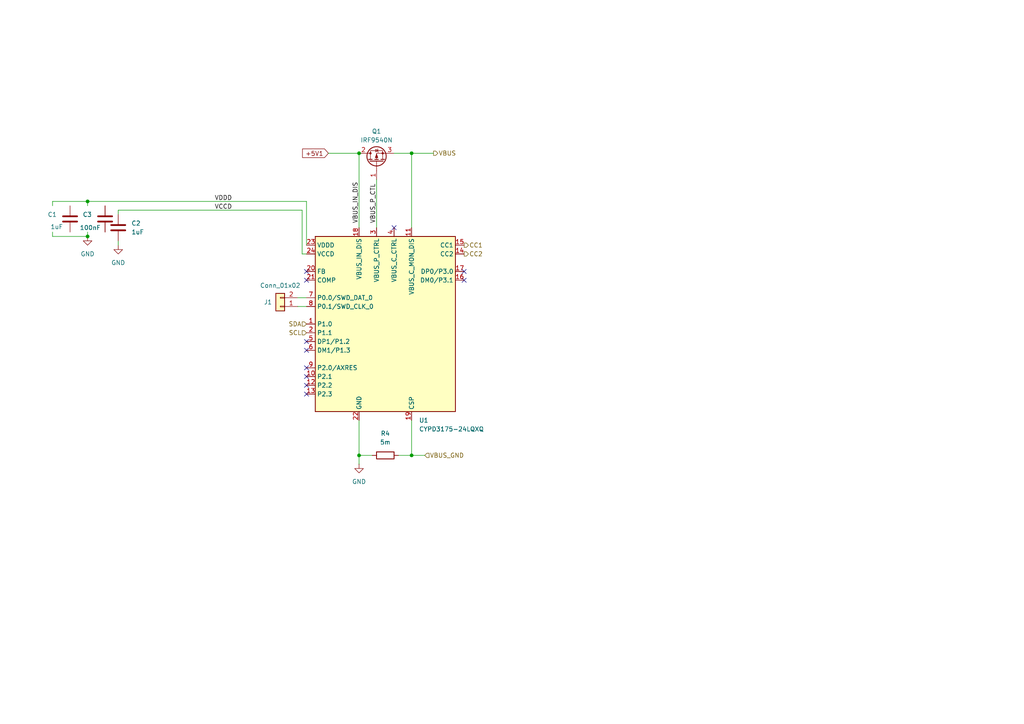
<source format=kicad_sch>
(kicad_sch (version 20250114) (generator "eeschema") (generator_version "9.0")
  (paper "A4")
  (lib_symbols
    (symbol "Connector_Generic:Conn_01x02" (pin_names (offset 1.016) (hide yes))
      (property "Reference" "J" (at 0 2.54 0))
      (property "Value" "Conn_01x02" (at 0 -5.08 0))
      (symbol "Conn_01x02_1_1"
        (rectangle (start -1.27 1.27) (end 1.27 -3.81) (stroke (width 0.254)) (fill (type background)))
        (rectangle (start -1.27 0.127) (end 0 -0.127) (stroke (width 0.1524)))
        (rectangle (start -1.27 -2.413) (end 0 -2.667) (stroke (width 0.1524)))
        (pin passive line (at -5.08 0 0) (length 3.81) (name "Pin_1") (number "1"))
        (pin passive line (at -5.08 -2.54 0) (length 3.81) (name "Pin_2") (number "2"))
      )
    )
    (symbol "Device:C" (pin_numbers (hide yes)) (pin_names (offset 0.254))
      (property "Reference" "C" (at 0.635 2.54 0))
      (property "Value" "C" (at 0.635 -2.54 0))
      (symbol "C_0_1"
        (polyline (pts (xy -2.032 0.762) (xy 2.032 0.762)) (stroke (width 0.508)))
        (polyline (pts (xy -2.032 -0.762) (xy 2.032 -0.762)) (stroke (width 0.508)))
      )
      (symbol "C_1_1"
        (pin passive line (at 0 3.81 270) (length 2.794) (name "~") (number "1"))
        (pin passive line (at 0 -3.81 90) (length 2.794) (name "~") (number "2"))
      )
    )
    (symbol "Device:R" (pin_numbers (hide yes)) (pin_names (offset 0))
      (property "Reference" "R" (at 2.032 0 90))
      (property "Value" "R" (at 0 0 90))
      (symbol "R_0_1"
        (rectangle (start -1.016 -2.54) (end 1.016 2.54) (stroke (width 0.254)))
      )
      (symbol "R_1_1"
        (pin passive line (at 0 3.81 270) (length 1.27) (name "~") (number "1"))
        (pin passive line (at 0 -3.81 90) (length 1.27) (name "~") (number "2"))
      )
    )
    (symbol "Interface_USB:CYPD3175-24LQXQ"
      (property "Reference" "U" (at -17.78 26.67 0))
      (property "Value" "CYPD3175-24LQXQ" (at -17.78 24.13 0))
      (symbol "CYPD3175-24LQXQ_1_1"
        (rectangle (start -20.32 25.4) (end 20.32 -25.4) (stroke (width 0.254)) (fill (type background)))
        (pin power_in line (at -22.86 22.86 0) (length 2.54) (name "VDDD") (number "23"))
        (pin power_out line (at -22.86 20.32 0) (length 2.54) (name "VCCD") (number "24"))
        (pin output line (at -22.86 15.24 0) (length 2.54) (name "FB") (number "20"))
        (pin input line (at -22.86 12.7 0) (length 2.54) (name "COMP") (number "21"))
        (pin bidirectional line (at -22.86 7.62 0) (length 2.54) (name "P0.0/SWD_DAT_0") (number "7"))
        (pin bidirectional line (at -22.86 5.08 0) (length 2.54) (name "P0.1/SWD_CLK_0") (number "8"))
        (pin bidirectional line (at -22.86 0 0) (length 2.54) (name "P1.0") (number "1"))
        (pin bidirectional line (at -22.86 -2.54 0) (length 2.54) (name "P1.1") (number "2"))
        (pin bidirectional line (at -22.86 -5.08 0) (length 2.54) (name "DP1/P1.2") (number "5"))
        (pin bidirectional line (at -22.86 -7.62 0) (length 2.54) (name "DM1/P1.3") (number "6"))
        (pin bidirectional line (at -22.86 -12.7 0) (length 2.54) (name "P2.0/AXRES") (number "9"))
        (pin bidirectional line (at -22.86 -15.24 0) (length 2.54) (name "P2.1") (number "10"))
        (pin bidirectional line (at -22.86 -17.78 0) (length 2.54) (name "P2.2") (number "12"))
        (pin bidirectional line (at -22.86 -20.32 0) (length 2.54) (name "P2.3") (number "13"))
        (pin input line (at -7.62 27.94 270) (length 2.54) (name "VBUS_IN_DIS") (number "18"))
        (pin power_in line (at -7.62 -27.94 90) (length 2.54) (name "GND") (number "22"))
        (pin passive line (at -7.62 -27.94 90) (length 2.54) (hide yes) (name "GND") (number "25"))
        (pin output line (at -2.54 27.94 270) (length 2.54) (name "VBUS_P_CTRL") (number "3"))
        (pin output line (at 2.54 27.94 270) (length 2.54) (name "VBUS_C_CTRL") (number "4"))
        (pin input line (at 7.62 27.94 270) (length 2.54) (name "VBUS_C_MON_DIS") (number "11"))
        (pin input line (at 7.62 -27.94 90) (length 2.54) (name "CSP") (number "19"))
        (pin bidirectional line (at 22.86 22.86 180) (length 2.54) (name "CC1") (number "15"))
        (pin bidirectional line (at 22.86 20.32 180) (length 2.54) (name "CC2") (number "14"))
        (pin bidirectional line (at 22.86 15.24 180) (length 2.54) (name "DP0/P3.0") (number "17"))
        (pin bidirectional line (at 22.86 12.7 180) (length 2.54) (name "DM0/P3.1") (number "16"))
      )
    )
    (symbol "Transistor_FET:IRF9540N" (pin_names (hide yes))
      (property "Reference" "Q" (at 5.08 1.905 0))
      (property "Value" "IRF9540N" (at 5.08 0 0))
      (symbol "IRF9540N_0_1"
        (polyline (pts (xy 0.254 1.905) (xy 0.254 -1.905)) (stroke (width 0.254)))
        (polyline (pts (xy 0.254 0) (xy -2.54 0)))
        (polyline (pts (xy 0.762 2.286) (xy 0.762 1.27)) (stroke (width 0.254)))
        (polyline (pts (xy 0.762 1.778) (xy 3.302 1.778) (xy 3.302 -1.778) (xy 0.762 -1.778)))
        (polyline (pts (xy 0.762 0.508) (xy 0.762 -0.508)) (stroke (width 0.254)))
        (polyline (pts (xy 0.762 -1.27) (xy 0.762 -2.286)) (stroke (width 0.254)))
        (circle (center 1.651 0) (radius 2.794) (stroke (width 0.254)))
        (polyline (pts (xy 2.286 0) (xy 1.27 0.381) (xy 1.27 -0.381) (xy 2.286 0)) (fill (type outline)))
        (polyline (pts (xy 2.54 2.54) (xy 2.54 1.778)))
        (circle (center 2.54 1.778) (radius 0.254) (fill (type outline)))
        (circle (center 2.54 -1.778) (radius 0.254) (fill (type outline)))
        (polyline (pts (xy 2.54 -2.54) (xy 2.54 0) (xy 0.762 0)))
        (polyline (pts (xy 2.794 -0.508) (xy 2.921 -0.381) (xy 3.683 -0.381) (xy 3.81 -0.254)))
        (polyline (pts (xy 3.302 -0.381) (xy 2.921 0.254) (xy 3.683 0.254) (xy 3.302 -0.381)))
      )
      (symbol "IRF9540N_1_1"
        (pin input line (at -5.08 0 0) (length 2.54) (name "G") (number "1"))
        (pin passive line (at 2.54 5.08 270) (length 2.54) (name "D") (number "2"))
        (pin passive line (at 2.54 -5.08 90) (length 2.54) (name "S") (number "3"))
      )
    )
    (symbol "power:GND" (power) (pin_numbers (hide yes)) (pin_names (offset 0) (hide yes))
      (property "Value" "GND" (at 0 -3.81 0))
      (symbol "GND_0_1"
        (polyline (pts (xy 0 0) (xy 0 -1.27) (xy 1.27 -1.27) (xy 0 -2.54) (xy -1.27 -1.27) (xy 0 -1.27)))
      )
      (symbol "GND_1_1"
        (pin power_in line (at 0 0 270) (length 0) (name "~") (number "1"))
      )
    )
  )
  (junction (at 104.14 44.45))
  (junction (at 119.38 44.45))
  (junction (at 119.38 132.08))
  (junction (at 25.4 68.58))
  (junction (at 25.4 58.42))
  (junction (at 104.14 132.08))
  (no_connect (at 88.9 101.6))
  (no_connect (at 88.9 109.22))
  (no_connect (at 88.9 114.3))
  (no_connect (at 134.62 81.28))
  (no_connect (at 88.9 81.28))
  (no_connect (at 88.9 106.68))
  (no_connect (at 88.9 111.76))
  (no_connect (at 88.9 78.74))
  (no_connect (at 88.9 99.06))
  (no_connect (at 134.62 78.74))
  (no_connect (at 114.3 66.04))
  (wire (pts (xy 109.22 52.07) (xy 109.22 66.04)))
  (wire (pts (xy 86.36 88.9) (xy 88.9 88.9)))
  (wire (pts (xy 87.63 60.96) (xy 34.29 60.96)))
  (wire (pts (xy 114.3 44.45) (xy 119.38 44.45)))
  (wire (pts (xy 104.14 134.62) (xy 104.14 132.08)))
  (wire (pts (xy 34.29 69.85) (xy 34.29 71.12)))
  (wire (pts (xy 25.4 67.31) (xy 25.4 68.58)))
  (wire (pts (xy 95.25 44.45) (xy 104.14 44.45)))
  (wire (pts (xy 119.38 132.08) (xy 119.38 121.92)))
  (wire (pts (xy 15.24 58.42) (xy 25.4 58.42)))
  (wire (pts (xy 88.9 58.42) (xy 25.4 58.42)))
  (wire (pts (xy 119.38 132.08) (xy 123.19 132.08)))
  (wire (pts (xy 15.24 67.31) (xy 15.24 68.58)))
  (wire (pts (xy 104.14 132.08) (xy 104.14 121.92)))
  (wire (pts (xy 104.14 132.08) (xy 107.95 132.08)))
  (wire (pts (xy 25.4 58.42) (xy 25.4 59.69)))
  (wire (pts (xy 119.38 44.45) (xy 119.38 66.04)))
  (wire (pts (xy 88.9 58.42) (xy 88.9 71.12)))
  (wire (pts (xy 15.24 68.58) (xy 25.4 68.58)))
  (wire (pts (xy 34.29 60.96) (xy 34.29 62.23)))
  (wire (pts (xy 104.14 44.45) (xy 104.14 66.04)))
  (wire (pts (xy 115.57 132.08) (xy 119.38 132.08)))
  (wire (pts (xy 87.63 60.96) (xy 87.63 73.66)))
  (wire (pts (xy 15.24 59.69) (xy 15.24 58.42)))
  (wire (pts (xy 86.36 86.36) (xy 88.9 86.36)))
  (wire (pts (xy 119.38 44.45) (xy 125.73 44.45)))
  (wire (pts (xy 87.63 73.66) (xy 88.9 73.66)))
  (label "VDDD" (at 62.23 58.42 0))
  (label "VBUS_P_CTL" (at 109.22 64.77 90))
  (label "VCCD" (at 62.23 60.96 0))
  (label "VBUS_IN_DIS" (at 104.14 64.77 90))
  (global_label "+5V1" (shape input) (at 95.25 44.45 180) (property "Intersheetrefs" "${INTERSHEET_REFS}" (effects (hide yes))))
  (hierarchical_label "CC2" (shape output) (at 134.62 73.66 0))
  (hierarchical_label "CC1" (shape output) (at 134.62 71.12 0))
  (hierarchical_label "SCL" (shape input) (at 88.9 96.52 180))
  (hierarchical_label "VBUS_GND" (shape input) (at 123.19 132.08 0))
  (hierarchical_label "SDA" (shape input) (at 88.9 93.98 180))
  (hierarchical_label "VBUS" (shape output) (at 125.73 44.45 0))
  (symbol (lib_id "Connector_Generic:Conn_01x02") (at 81.28 88.9 180) (unit 1)
    (property "Reference" "J1" (at 77.724 87.63 0))
    (property "Value" "Conn_01x02" (at 81.28 82.804 0))
    (property "Footprint" "Connector_PinHeader_2.54mm:PinHeader_1x02_P2.54mm_Vertical" (effects (hide yes)))
    (property "Description" "Generic connector, single row, 01x02, script generated (kicad-library-utils/schlib/autogen/connector/)" (effects (hide yes)))
  )
  (symbol (lib_id "Device:C") (at 20.32 63.5 0) (mirror y) (unit 1)
    (property "Reference" "C1" (at 16.51 62.2299 0) (effects (justify left)))
    (property "Value" "1uF" (at 18.288 65.786 0) (effects (justify left)))
    (property "Footprint" "Capacitor_SMD:C_0402_1005Metric" (effects (hide yes)))
    (property "Description" "Unpolarized capacitor" (effects (hide yes)))
  )
  (symbol (lib_id "Device:C") (at 34.29 66.04 0) (unit 1)
    (property "Reference" "C2" (at 38.1 64.7699 0) (effects (justify left)))
    (property "Value" "1uF" (at 38.1 67.3099 0) (effects (justify left)))
    (property "Footprint" "Capacitor_SMD:C_0402_1005Metric" (effects (hide yes)))
    (property "Description" "Unpolarized capacitor" (effects (hide yes)))
  )
  (symbol (lib_id "power:GND") (at 25.4 68.58 0) (unit 1)
    (property "Reference" "#PWR01" (effects (hide yes)))
    (property "Value" "GND" (at 25.4 73.66 0))
    (property "Description" "Power symbol creates a global label with name \"GND\" , ground" (effects (hide yes)))
  )
  (symbol (lib_id "Interface_USB:CYPD3175-24LQXQ") (at 111.76 93.98 0) (unit 1)
    (property "Reference" "U1" (at 121.5233 121.92 0) (effects (justify left)))
    (property "Value" "CYPD3175-24LQXQ" (at 121.5233 124.46 0) (effects (justify left)))
    (property "Footprint" "Package_DFN_QFN:QFN-24-1EP_4x4mm_P0.5mm_EP2.75x2.75mm" (effects (hide yes)))
    (property "Datasheet" "https://www.infineon.com/dgdl/Infineon-EZ-PD(TM)_CCG3PA_Datasheet_USB_Type-C_Port_Controller-DataSheet-v09_00-EN.pdf?fileId=8ac78c8c7d0d8da4017d0ee438366ac0" (effects (hide yes)))
    (property "Description" "USB Type-C port controller, Cortex®-M0 processor, DFP CC with direct feedback bootloader, QFN-24" (effects (hide yes)))
  )
  (symbol (lib_id "power:GND") (at 34.29 71.12 0) (unit 1)
    (property "Reference" "#PWR02" (effects (hide yes)))
    (property "Value" "GND" (at 34.29 76.2 0))
    (property "Description" "Power symbol creates a global label with name \"GND\" , ground" (effects (hide yes)))
  )
  (symbol (lib_id "Transistor_FET:IRF9540N") (at 109.22 46.99 90) (unit 1)
    (property "Reference" "Q1" (at 109.22 38.1 90))
    (property "Value" "IRF9540N" (at 109.22 40.64 90))
    (property "Footprint" "Package_TO_SOT_THT:TO-220-3_Horizontal_TabDown" (effects (hide yes)))
    (property "Datasheet" "http://www.irf.com/product-info/datasheets/data/irf9540n.pdf" (effects (hide yes)))
    (property "Description" "-23A Id, -100V Vds, 117mOhm Rds, P-Channel HEXFET Power MOSFET, TO-220" (effects (hide yes)))
  )
  (symbol (lib_id "Device:R") (at 111.76 132.08 90) (unit 1)
    (property "Reference" "R4" (at 111.76 125.73 90))
    (property "Value" "5m" (at 111.76 128.27 90))
    (property "Footprint" "Resistor_SMD:R_2512_6332Metric" (effects (hide yes)))
    (property "Description" "Resistor" (effects (hide yes)))
  )
  (symbol (lib_id "power:GND") (at 104.14 134.62 0) (unit 1)
    (property "Reference" "#PWR03" (effects (hide yes)))
    (property "Value" "GND" (at 104.14 139.7 0))
    (property "Description" "Power symbol creates a global label with name \"GND\" , ground" (effects (hide yes)))
  )
  (symbol (lib_id "Device:C") (at 30.48 63.5 0) (mirror y) (unit 1)
    (property "Reference" "C3" (at 26.67 62.2299 0) (effects (justify left)))
    (property "Value" "100nF" (at 29.21 66.04 0) (effects (justify left)))
    (property "Footprint" "Capacitor_SMD:C_0402_1005Metric" (effects (hide yes)))
    (property "Description" "Unpolarized capacitor" (effects (hide yes)))
  )
)
</source>
